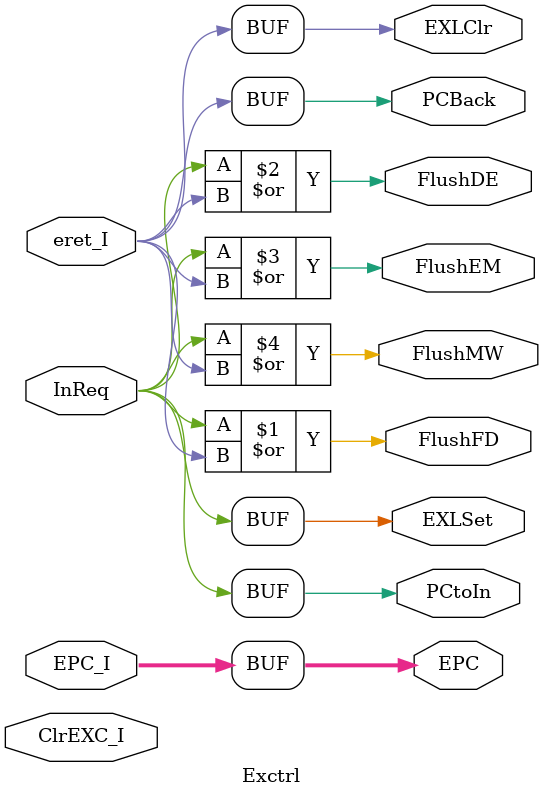
<source format=v>
`timescale 1ns / 1ps
module Exctrl(
    input InReq,
	 input eret_I,
	 input [31:0] EPC_I,
	 input ClrEXC_I,
    output FlushFD,
    output FlushDE,
    output FlushEM,
    output FlushMW,
	 output [31:0] EPC,
	 output EXLClr,
	 output EXLSet,
	 output PCtoIn,
	 output PCBack
    );
	 
	 assign FlushFD = InReq|eret_I;
	 assign FlushDE = InReq|eret_I;
	 assign FlushEM = InReq|eret_I;
	 assign FlushMW = InReq|eret_I;
	 assign PCtoIn =  InReq;
	 assign PCBack = eret_I;
	 assign EPC = EPC_I;
	 assign EXLClr = eret_I;
	 assign EXLSet = InReq;
	 
endmodule

</source>
